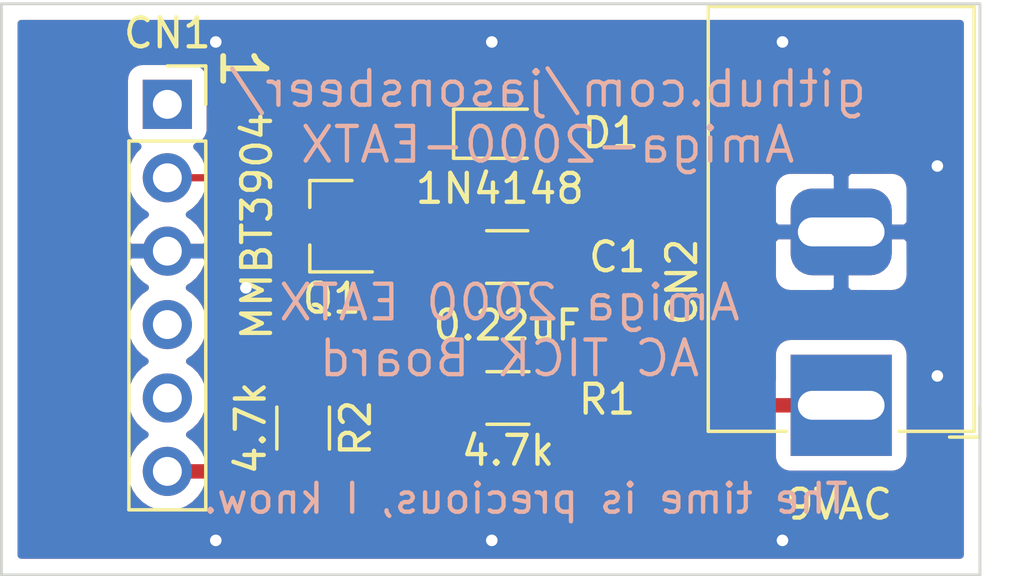
<source format=kicad_pcb>
(kicad_pcb (version 20171130) (host pcbnew 5.1.12-84ad8e8a86~92~ubuntu20.04.1)

  (general
    (thickness 1.6)
    (drawings 9)
    (tracks 21)
    (zones 0)
    (modules 7)
    (nets 9)
  )

  (page A4)
  (layers
    (0 F.Cu signal)
    (31 B.Cu signal)
    (32 B.Adhes user)
    (33 F.Adhes user)
    (34 B.Paste user)
    (35 F.Paste user)
    (36 B.SilkS user)
    (37 F.SilkS user)
    (38 B.Mask user)
    (39 F.Mask user)
    (40 Dwgs.User user)
    (41 Cmts.User user)
    (42 Eco1.User user)
    (43 Eco2.User user)
    (44 Edge.Cuts user)
    (45 Margin user)
    (46 B.CrtYd user)
    (47 F.CrtYd user)
    (48 B.Fab user)
    (49 F.Fab user)
  )

  (setup
    (last_trace_width 0.25)
    (trace_clearance 0.2)
    (zone_clearance 0.508)
    (zone_45_only no)
    (trace_min 0.2)
    (via_size 0.8)
    (via_drill 0.4)
    (via_min_size 0.4)
    (via_min_drill 0.3)
    (uvia_size 0.3)
    (uvia_drill 0.1)
    (uvias_allowed no)
    (uvia_min_size 0.2)
    (uvia_min_drill 0.1)
    (edge_width 0.05)
    (segment_width 0.2)
    (pcb_text_width 0.3)
    (pcb_text_size 1.5 1.5)
    (mod_edge_width 0.12)
    (mod_text_size 1 1)
    (mod_text_width 0.15)
    (pad_size 2.6 2.6)
    (pad_drill 1.6)
    (pad_to_mask_clearance 0)
    (aux_axis_origin 0 0)
    (visible_elements FFFFFF7F)
    (pcbplotparams
      (layerselection 0x010fc_ffffffff)
      (usegerberextensions true)
      (usegerberattributes false)
      (usegerberadvancedattributes false)
      (creategerberjobfile false)
      (excludeedgelayer true)
      (linewidth 0.100000)
      (plotframeref false)
      (viasonmask false)
      (mode 1)
      (useauxorigin false)
      (hpglpennumber 1)
      (hpglpenspeed 20)
      (hpglpendiameter 15.000000)
      (psnegative false)
      (psa4output false)
      (plotreference true)
      (plotvalue true)
      (plotinvisibletext false)
      (padsonsilk false)
      (subtractmaskfromsilk true)
      (outputformat 1)
      (mirror false)
      (drillshape 0)
      (scaleselection 1)
      (outputdirectory "/mnt/work/amiga/Peripherals/TICK/TICK_AC/Gerber/"))
  )

  (net 0 "")
  (net 1 GND)
  (net 2 "Net-(C1-Pad1)")
  (net 3 +5V)
  (net 4 "Net-(CN1-Pad5)")
  (net 5 "Net-(CN1-Pad4)")
  (net 6 /TBASE)
  (net 7 "Net-(CN1-Pad1)")
  (net 8 /+9VAC)

  (net_class Default "This is the default net class."
    (clearance 0.2)
    (trace_width 0.25)
    (via_dia 0.8)
    (via_drill 0.4)
    (uvia_dia 0.3)
    (uvia_drill 0.1)
    (add_net /TBASE)
    (add_net GND)
    (add_net "Net-(C1-Pad1)")
    (add_net "Net-(CN1-Pad1)")
    (add_net "Net-(CN1-Pad4)")
    (add_net "Net-(CN1-Pad5)")
  )

  (net_class PWR ""
    (clearance 0.3)
    (trace_width 0.5)
    (via_dia 0.8)
    (via_drill 0.4)
    (uvia_dia 0.3)
    (uvia_drill 0.1)
    (add_net +5V)
    (add_net /+9VAC)
  )

  (module Diode_SMD:D_SOD-323 (layer F.Cu) (tedit 58641739) (tstamp 61F58E94)
    (at 140.3604 98.4504)
    (descr SOD-323)
    (tags SOD-323)
    (path /61AA7657)
    (attr smd)
    (fp_text reference D1 (at 3.937 -0.0254) (layer F.SilkS)
      (effects (font (size 1 1) (thickness 0.15)))
    )
    (fp_text value 1N4148 (at 0.1 1.9) (layer F.SilkS)
      (effects (font (size 1 1) (thickness 0.15)))
    )
    (fp_text user %R (at 0 -1.85) (layer F.Fab)
      (effects (font (size 1 1) (thickness 0.15)))
    )
    (fp_line (start -1.5 -0.85) (end -1.5 0.85) (layer F.SilkS) (width 0.12))
    (fp_line (start 0.2 0) (end 0.45 0) (layer F.Fab) (width 0.1))
    (fp_line (start 0.2 0.35) (end -0.3 0) (layer F.Fab) (width 0.1))
    (fp_line (start 0.2 -0.35) (end 0.2 0.35) (layer F.Fab) (width 0.1))
    (fp_line (start -0.3 0) (end 0.2 -0.35) (layer F.Fab) (width 0.1))
    (fp_line (start -0.3 0) (end -0.5 0) (layer F.Fab) (width 0.1))
    (fp_line (start -0.3 -0.35) (end -0.3 0.35) (layer F.Fab) (width 0.1))
    (fp_line (start -0.9 0.7) (end -0.9 -0.7) (layer F.Fab) (width 0.1))
    (fp_line (start 0.9 0.7) (end -0.9 0.7) (layer F.Fab) (width 0.1))
    (fp_line (start 0.9 -0.7) (end 0.9 0.7) (layer F.Fab) (width 0.1))
    (fp_line (start -0.9 -0.7) (end 0.9 -0.7) (layer F.Fab) (width 0.1))
    (fp_line (start -1.6 -0.95) (end 1.6 -0.95) (layer F.CrtYd) (width 0.05))
    (fp_line (start 1.6 -0.95) (end 1.6 0.95) (layer F.CrtYd) (width 0.05))
    (fp_line (start -1.6 0.95) (end 1.6 0.95) (layer F.CrtYd) (width 0.05))
    (fp_line (start -1.6 -0.95) (end -1.6 0.95) (layer F.CrtYd) (width 0.05))
    (fp_line (start -1.5 0.85) (end 1.05 0.85) (layer F.SilkS) (width 0.12))
    (fp_line (start -1.5 -0.85) (end 1.05 -0.85) (layer F.SilkS) (width 0.12))
    (pad 2 smd rect (at 1.05 0) (size 0.6 0.45) (layers F.Cu F.Paste F.Mask)
      (net 1 GND))
    (pad 1 smd rect (at -1.05 0) (size 0.6 0.45) (layers F.Cu F.Paste F.Mask)
      (net 2 "Net-(C1-Pad1)"))
    (model ${KISYS3DMOD}/Diode_SMD.3dshapes/D_SOD-323.wrl
      (at (xyz 0 0 0))
      (scale (xyz 1 1 1))
      (rotate (xyz 0 0 0))
    )
  )

  (module TICK:BarrelJack_Horizontal (layer F.Cu) (tedit 61AEB1F0) (tstamp 61AF153C)
    (at 152.273 107.8484 270)
    (descr "DC Barrel Jack")
    (tags "Power Jack")
    (path /61AA3DB0)
    (fp_text reference CN2 (at -4.2672 5.5118 90) (layer F.SilkS)
      (effects (font (size 1 1) (thickness 0.15)))
    )
    (fp_text value Barrel_Jack (at -6.2 -5.5 90) (layer F.Fab)
      (effects (font (size 1 1) (thickness 0.15)))
    )
    (fp_line (start -0.003213 -4.505425) (end 0.8 -3.75) (layer F.Fab) (width 0.1))
    (fp_line (start 1.1 -3.75) (end 1.1 -4.8) (layer F.SilkS) (width 0.12))
    (fp_line (start 0.05 -4.8) (end 1.1 -4.8) (layer F.SilkS) (width 0.12))
    (fp_line (start 1 -4.5) (end 1 -4.75) (layer F.CrtYd) (width 0.05))
    (fp_line (start 1 -4.75) (end -14 -4.75) (layer F.CrtYd) (width 0.05))
    (fp_line (start 1 -4.5) (end 1 -2) (layer F.CrtYd) (width 0.05))
    (fp_line (start 1 -2) (end 2 -2) (layer F.CrtYd) (width 0.05))
    (fp_line (start 2 -2) (end 2 2) (layer F.CrtYd) (width 0.05))
    (fp_line (start 2 2) (end 1 2) (layer F.CrtYd) (width 0.05))
    (fp_line (start 1 2) (end 1 4.75) (layer F.CrtYd) (width 0.05))
    (fp_line (start 1 4.75) (end -14 4.75) (layer F.CrtYd) (width 0.05))
    (fp_line (start -14 4.75) (end -14 -4.75) (layer F.CrtYd) (width 0.05))
    (fp_line (start 0.9 4.6) (end -13.8 4.6) (layer F.SilkS) (width 0.12))
    (fp_line (start -13.8 4.6) (end -13.8 -4.6) (layer F.SilkS) (width 0.12))
    (fp_line (start 0.9 1.9) (end 0.9 4.6) (layer F.SilkS) (width 0.12))
    (fp_line (start -13.8 -4.6) (end 0.9 -4.6) (layer F.SilkS) (width 0.12))
    (fp_line (start 0.9 -4.6) (end 0.9 -2) (layer F.SilkS) (width 0.12))
    (fp_line (start -10.2 -4.5) (end -10.2 4.5) (layer F.Fab) (width 0.1))
    (fp_line (start -13.7 -4.5) (end -13.7 4.5) (layer F.Fab) (width 0.1))
    (fp_line (start -13.7 4.5) (end 0.8 4.5) (layer F.Fab) (width 0.1))
    (fp_line (start 0.8 4.5) (end 0.8 -3.75) (layer F.Fab) (width 0.1))
    (fp_line (start 0 -4.5) (end -13.7 -4.5) (layer F.Fab) (width 0.1))
    (fp_text user %R (at -3 -2.95 90) (layer F.Fab)
      (effects (font (size 1 1) (thickness 0.15)))
    )
    (pad 2 thru_hole roundrect (at -6 0 270) (size 3 3.5) (drill oval 1 3) (layers *.Cu *.Mask) (roundrect_rratio 0.25)
      (net 1 GND))
    (pad 1 thru_hole rect (at 0 0 270) (size 3.5 3.5) (drill oval 1 3) (layers *.Cu *.Mask)
      (net 8 /+9VAC))
    (model ${KISYS3DMOD}/Connector_BarrelJack.3dshapes/BarrelJack_Horizontal.wrl
      (at (xyz 0 0 0))
      (scale (xyz 1 1 1))
      (rotate (xyz 0 0 0))
    )
  )

  (module Resistor_SMD:R_1206_3216Metric (layer F.Cu) (tedit 5F68FEEE) (tstamp 61AF1258)
    (at 133.6548 108.6358 270)
    (descr "Resistor SMD 1206 (3216 Metric), square (rectangular) end terminal, IPC_7351 nominal, (Body size source: IPC-SM-782 page 72, https://www.pcb-3d.com/wordpress/wp-content/uploads/ipc-sm-782a_amendment_1_and_2.pdf), generated with kicad-footprint-generator")
    (tags resistor)
    (path /61AEFC1B)
    (attr smd)
    (fp_text reference R2 (at 0 -1.82 90) (layer F.SilkS)
      (effects (font (size 1 1) (thickness 0.15)))
    )
    (fp_text value 4.7k (at 0 1.82 90) (layer F.SilkS)
      (effects (font (size 1 1) (thickness 0.15)))
    )
    (fp_line (start 2.28 1.12) (end -2.28 1.12) (layer F.CrtYd) (width 0.05))
    (fp_line (start 2.28 -1.12) (end 2.28 1.12) (layer F.CrtYd) (width 0.05))
    (fp_line (start -2.28 -1.12) (end 2.28 -1.12) (layer F.CrtYd) (width 0.05))
    (fp_line (start -2.28 1.12) (end -2.28 -1.12) (layer F.CrtYd) (width 0.05))
    (fp_line (start -0.727064 0.91) (end 0.727064 0.91) (layer F.SilkS) (width 0.12))
    (fp_line (start -0.727064 -0.91) (end 0.727064 -0.91) (layer F.SilkS) (width 0.12))
    (fp_line (start 1.6 0.8) (end -1.6 0.8) (layer F.Fab) (width 0.1))
    (fp_line (start 1.6 -0.8) (end 1.6 0.8) (layer F.Fab) (width 0.1))
    (fp_line (start -1.6 -0.8) (end 1.6 -0.8) (layer F.Fab) (width 0.1))
    (fp_line (start -1.6 0.8) (end -1.6 -0.8) (layer F.Fab) (width 0.1))
    (fp_text user %R (at 0 0 90) (layer F.Fab)
      (effects (font (size 0.8 0.8) (thickness 0.12)))
    )
    (pad 2 smd roundrect (at 1.4625 0 270) (size 1.125 1.75) (layers F.Cu F.Paste F.Mask) (roundrect_rratio 0.2222213333333333)
      (net 3 +5V))
    (pad 1 smd roundrect (at -1.4625 0 270) (size 1.125 1.75) (layers F.Cu F.Paste F.Mask) (roundrect_rratio 0.2222213333333333)
      (net 6 /TBASE))
    (model ${KISYS3DMOD}/Resistor_SMD.3dshapes/R_1206_3216Metric.wrl
      (at (xyz 0 0 0))
      (scale (xyz 1 1 1))
      (rotate (xyz 0 0 0))
    )
  )

  (module Package_TO_SOT_SMD:SOT-23 (layer F.Cu) (tedit 5A02FF57) (tstamp 61AF1237)
    (at 134.6454 101.6508 180)
    (descr "SOT-23, Standard")
    (tags SOT-23)
    (path /61AED3D3)
    (attr smd)
    (fp_text reference Q1 (at 0 -2.5) (layer F.SilkS)
      (effects (font (size 1 1) (thickness 0.15)))
    )
    (fp_text value MMBT3904 (at 2.5908 0 90) (layer F.SilkS)
      (effects (font (size 1 1) (thickness 0.15)))
    )
    (fp_line (start 0.76 1.58) (end -0.7 1.58) (layer F.SilkS) (width 0.12))
    (fp_line (start 0.76 -1.58) (end -1.4 -1.58) (layer F.SilkS) (width 0.12))
    (fp_line (start -1.7 1.75) (end -1.7 -1.75) (layer F.CrtYd) (width 0.05))
    (fp_line (start 1.7 1.75) (end -1.7 1.75) (layer F.CrtYd) (width 0.05))
    (fp_line (start 1.7 -1.75) (end 1.7 1.75) (layer F.CrtYd) (width 0.05))
    (fp_line (start -1.7 -1.75) (end 1.7 -1.75) (layer F.CrtYd) (width 0.05))
    (fp_line (start 0.76 -1.58) (end 0.76 -0.65) (layer F.SilkS) (width 0.12))
    (fp_line (start 0.76 1.58) (end 0.76 0.65) (layer F.SilkS) (width 0.12))
    (fp_line (start -0.7 1.52) (end 0.7 1.52) (layer F.Fab) (width 0.1))
    (fp_line (start 0.7 -1.52) (end 0.7 1.52) (layer F.Fab) (width 0.1))
    (fp_line (start -0.7 -0.95) (end -0.15 -1.52) (layer F.Fab) (width 0.1))
    (fp_line (start -0.15 -1.52) (end 0.7 -1.52) (layer F.Fab) (width 0.1))
    (fp_line (start -0.7 -0.95) (end -0.7 1.5) (layer F.Fab) (width 0.1))
    (fp_text user %R (at 0 0 90) (layer F.Fab)
      (effects (font (size 0.5 0.5) (thickness 0.075)))
    )
    (pad 3 smd rect (at 1 0 180) (size 0.9 0.8) (layers F.Cu F.Paste F.Mask)
      (net 6 /TBASE))
    (pad 2 smd rect (at -1 0.95 180) (size 0.9 0.8) (layers F.Cu F.Paste F.Mask)
      (net 1 GND))
    (pad 1 smd rect (at -1 -0.95 180) (size 0.9 0.8) (layers F.Cu F.Paste F.Mask)
      (net 2 "Net-(C1-Pad1)"))
    (model ${KISYS3DMOD}/Package_TO_SOT_SMD.3dshapes/SOT-23.wrl
      (at (xyz 0 0 0))
      (scale (xyz 1 1 1))
      (rotate (xyz 0 0 0))
    )
  )

  (module Resistor_SMD:R_1206_3216Metric (layer F.Cu) (tedit 5F68FEEE) (tstamp 61AA7E02)
    (at 140.7414 107.5944)
    (descr "Resistor SMD 1206 (3216 Metric), square (rectangular) end terminal, IPC_7351 nominal, (Body size source: IPC-SM-782 page 72, https://www.pcb-3d.com/wordpress/wp-content/uploads/ipc-sm-782a_amendment_1_and_2.pdf), generated with kicad-footprint-generator")
    (tags resistor)
    (path /61AA6ADA)
    (attr smd)
    (fp_text reference R1 (at 3.429 0.0508) (layer F.SilkS)
      (effects (font (size 1 1) (thickness 0.15)))
    )
    (fp_text value 4.7k (at 0 1.82) (layer F.SilkS)
      (effects (font (size 1 1) (thickness 0.15)))
    )
    (fp_line (start 2.28 1.12) (end -2.28 1.12) (layer F.CrtYd) (width 0.05))
    (fp_line (start 2.28 -1.12) (end 2.28 1.12) (layer F.CrtYd) (width 0.05))
    (fp_line (start -2.28 -1.12) (end 2.28 -1.12) (layer F.CrtYd) (width 0.05))
    (fp_line (start -2.28 1.12) (end -2.28 -1.12) (layer F.CrtYd) (width 0.05))
    (fp_line (start -0.727064 0.91) (end 0.727064 0.91) (layer F.SilkS) (width 0.12))
    (fp_line (start -0.727064 -0.91) (end 0.727064 -0.91) (layer F.SilkS) (width 0.12))
    (fp_line (start 1.6 0.8) (end -1.6 0.8) (layer F.Fab) (width 0.1))
    (fp_line (start 1.6 -0.8) (end 1.6 0.8) (layer F.Fab) (width 0.1))
    (fp_line (start -1.6 -0.8) (end 1.6 -0.8) (layer F.Fab) (width 0.1))
    (fp_line (start -1.6 0.8) (end -1.6 -0.8) (layer F.Fab) (width 0.1))
    (fp_text user %R (at 0 0) (layer F.Fab)
      (effects (font (size 0.8 0.8) (thickness 0.12)))
    )
    (pad 1 smd roundrect (at -1.4625 0) (size 1.125 1.75) (layers F.Cu F.Paste F.Mask) (roundrect_rratio 0.2222213333333333)
      (net 2 "Net-(C1-Pad1)"))
    (pad 2 smd roundrect (at 1.4625 0) (size 1.125 1.75) (layers F.Cu F.Paste F.Mask) (roundrect_rratio 0.2222213333333333)
      (net 8 /+9VAC))
    (model ${KISYS3DMOD}/Resistor_SMD.3dshapes/R_1206_3216Metric.wrl
      (at (xyz 0 0 0))
      (scale (xyz 1 1 1))
      (rotate (xyz 0 0 0))
    )
  )

  (module Connector_PinSocket_2.54mm:PinSocket_1x06_P2.54mm_Vertical (layer F.Cu) (tedit 5A19A430) (tstamp 61AA7EFA)
    (at 128.9558 97.4344)
    (descr "Through hole straight socket strip, 1x06, 2.54mm pitch, single row (from Kicad 4.0.7), script generated")
    (tags "Through hole socket strip THT 1x06 2.54mm single row")
    (path /61AA2F62)
    (fp_text reference CN1 (at 0 -2.4638) (layer F.SilkS)
      (effects (font (size 1 1) (thickness 0.15)))
    )
    (fp_text value To_Amiga (at 0 15.47) (layer F.Fab)
      (effects (font (size 1 1) (thickness 0.15)))
    )
    (fp_line (start -1.27 -1.27) (end 0.635 -1.27) (layer F.Fab) (width 0.1))
    (fp_line (start 0.635 -1.27) (end 1.27 -0.635) (layer F.Fab) (width 0.1))
    (fp_line (start 1.27 -0.635) (end 1.27 13.97) (layer F.Fab) (width 0.1))
    (fp_line (start 1.27 13.97) (end -1.27 13.97) (layer F.Fab) (width 0.1))
    (fp_line (start -1.27 13.97) (end -1.27 -1.27) (layer F.Fab) (width 0.1))
    (fp_line (start -1.33 1.27) (end 1.33 1.27) (layer F.SilkS) (width 0.12))
    (fp_line (start -1.33 1.27) (end -1.33 14.03) (layer F.SilkS) (width 0.12))
    (fp_line (start -1.33 14.03) (end 1.33 14.03) (layer F.SilkS) (width 0.12))
    (fp_line (start 1.33 1.27) (end 1.33 14.03) (layer F.SilkS) (width 0.12))
    (fp_line (start 1.33 -1.33) (end 1.33 0) (layer F.SilkS) (width 0.12))
    (fp_line (start 0 -1.33) (end 1.33 -1.33) (layer F.SilkS) (width 0.12))
    (fp_line (start -1.8 -1.8) (end 1.75 -1.8) (layer F.CrtYd) (width 0.05))
    (fp_line (start 1.75 -1.8) (end 1.75 14.45) (layer F.CrtYd) (width 0.05))
    (fp_line (start 1.75 14.45) (end -1.8 14.45) (layer F.CrtYd) (width 0.05))
    (fp_line (start -1.8 14.45) (end -1.8 -1.8) (layer F.CrtYd) (width 0.05))
    (fp_text user %R (at 0 6.35 90) (layer F.Fab)
      (effects (font (size 1 1) (thickness 0.15)))
    )
    (pad 6 thru_hole oval (at 0 12.7) (size 1.7 1.7) (drill 1) (layers *.Cu *.Mask)
      (net 3 +5V))
    (pad 5 thru_hole oval (at 0 10.16) (size 1.7 1.7) (drill 1) (layers *.Cu *.Mask)
      (net 4 "Net-(CN1-Pad5)"))
    (pad 4 thru_hole oval (at 0 7.62) (size 1.7 1.7) (drill 1) (layers *.Cu *.Mask)
      (net 5 "Net-(CN1-Pad4)"))
    (pad 3 thru_hole oval (at 0 5.08) (size 1.7 1.7) (drill 1) (layers *.Cu *.Mask)
      (net 1 GND))
    (pad 2 thru_hole oval (at 0 2.54) (size 1.7 1.7) (drill 1) (layers *.Cu *.Mask)
      (net 6 /TBASE))
    (pad 1 thru_hole rect (at 0 0) (size 1.7 1.7) (drill 1) (layers *.Cu *.Mask)
      (net 7 "Net-(CN1-Pad1)"))
    (model ${KISYS3DMOD}/Connector_PinSocket_2.54mm.3dshapes/PinSocket_1x06_P2.54mm_Horizontal.wrl
      (at (xyz 0 0 0))
      (scale (xyz 1 1 1))
      (rotate (xyz 0 0 0))
    )
  )

  (module Capacitor_SMD:C_1206_3216Metric (layer F.Cu) (tedit 5F68FEEE) (tstamp 61AA7D8B)
    (at 140.716 102.7176)
    (descr "Capacitor SMD 1206 (3216 Metric), square (rectangular) end terminal, IPC_7351 nominal, (Body size source: IPC-SM-782 page 76, https://www.pcb-3d.com/wordpress/wp-content/uploads/ipc-sm-782a_amendment_1_and_2.pdf), generated with kicad-footprint-generator")
    (tags capacitor)
    (path /61AA66CC)
    (attr smd)
    (fp_text reference C1 (at 3.81 0) (layer F.SilkS)
      (effects (font (size 1 1) (thickness 0.15)))
    )
    (fp_text value 0.22uF (at 0 2.3622) (layer F.SilkS)
      (effects (font (size 1 1) (thickness 0.15)))
    )
    (fp_line (start -1.6 0.8) (end -1.6 -0.8) (layer F.Fab) (width 0.1))
    (fp_line (start -1.6 -0.8) (end 1.6 -0.8) (layer F.Fab) (width 0.1))
    (fp_line (start 1.6 -0.8) (end 1.6 0.8) (layer F.Fab) (width 0.1))
    (fp_line (start 1.6 0.8) (end -1.6 0.8) (layer F.Fab) (width 0.1))
    (fp_line (start -0.711252 -0.91) (end 0.711252 -0.91) (layer F.SilkS) (width 0.12))
    (fp_line (start -0.711252 0.91) (end 0.711252 0.91) (layer F.SilkS) (width 0.12))
    (fp_line (start -2.3 1.15) (end -2.3 -1.15) (layer F.CrtYd) (width 0.05))
    (fp_line (start -2.3 -1.15) (end 2.3 -1.15) (layer F.CrtYd) (width 0.05))
    (fp_line (start 2.3 -1.15) (end 2.3 1.15) (layer F.CrtYd) (width 0.05))
    (fp_line (start 2.3 1.15) (end -2.3 1.15) (layer F.CrtYd) (width 0.05))
    (fp_text user %R (at 0 0) (layer F.Fab)
      (effects (font (size 0.8 0.8) (thickness 0.12)))
    )
    (pad 2 smd roundrect (at 1.475 0) (size 1.15 1.8) (layers F.Cu F.Paste F.Mask) (roundrect_rratio 0.2173904347826087)
      (net 1 GND))
    (pad 1 smd roundrect (at -1.475 0) (size 1.15 1.8) (layers F.Cu F.Paste F.Mask) (roundrect_rratio 0.2173904347826087)
      (net 2 "Net-(C1-Pad1)"))
    (model ${KISYS3DMOD}/Capacitor_SMD.3dshapes/C_1206_3216Metric.wrl
      (at (xyz 0 0 0))
      (scale (xyz 1 1 1))
      (rotate (xyz 0 0 0))
    )
  )

  (gr_text "The time is precious, I know." (at 141.351 111.0742) (layer B.SilkS)
    (effects (font (size 1 1) (thickness 0.15)) (justify mirror))
  )
  (gr_text "Amiga 2000 EATX\nAC TICK Board" (at 140.7922 105.2576) (layer B.SilkS)
    (effects (font (size 1.2 1.2) (thickness 0.15)) (justify mirror))
  )
  (gr_text "github.com/jasonsbeer/\nAmiga-2000-EATX" (at 142.113 97.8662) (layer B.SilkS)
    (effects (font (size 1.2 1.2) (thickness 0.15)) (justify mirror))
  )
  (gr_text 1 (at 131.572 96.1898 -90) (layer F.SilkS) (tstamp 61AA85B5)
    (effects (font (size 1.5 1.5) (thickness 0.2)))
  )
  (gr_text 9VAC (at 152.1968 111.2774) (layer F.SilkS)
    (effects (font (size 1 1) (thickness 0.15)))
  )
  (gr_line (start 123.2154 93.9546) (end 157.0736 93.9546) (layer Edge.Cuts) (width 0.1))
  (gr_line (start 123.2154 113.7158) (end 123.2154 93.9546) (layer Edge.Cuts) (width 0.1))
  (gr_line (start 157.0736 113.7158) (end 123.2154 113.7158) (layer Edge.Cuts) (width 0.1))
  (gr_line (start 157.0736 93.9546) (end 157.0736 113.7158) (layer Edge.Cuts) (width 0.1))

  (via (at 130.6322 95.2754) (size 0.8) (drill 0.4) (layers F.Cu B.Cu) (net 1))
  (via (at 140.1826 95.2754) (size 0.8) (drill 0.4) (layers F.Cu B.Cu) (net 1))
  (via (at 150.241 95.2754) (size 0.8) (drill 0.4) (layers F.Cu B.Cu) (net 1))
  (via (at 155.6004 99.568) (size 0.8) (drill 0.4) (layers F.Cu B.Cu) (net 1))
  (via (at 155.6004 106.8324) (size 0.8) (drill 0.4) (layers F.Cu B.Cu) (net 1))
  (via (at 150.241 112.522) (size 0.8) (drill 0.4) (layers F.Cu B.Cu) (net 1))
  (via (at 140.1826 112.522) (size 0.8) (drill 0.4) (layers F.Cu B.Cu) (net 1))
  (via (at 130.6322 112.522) (size 0.8) (drill 0.4) (layers F.Cu B.Cu) (net 1))
  (via (at 131.6736 103.7844) (size 0.8) (drill 0.4) (layers F.Cu B.Cu) (net 1))
  (segment (start 139.2789 98.5363) (end 139.2438 98.5012) (width 0.25) (layer F.Cu) (net 2))
  (segment (start 139.2789 107.5944) (end 139.2789 98.5363) (width 0.25) (layer F.Cu) (net 2))
  (segment (start 139.1242 102.6008) (end 139.241 102.7176) (width 0.25) (layer F.Cu) (net 2))
  (segment (start 135.6454 102.6008) (end 139.1242 102.6008) (width 0.25) (layer F.Cu) (net 2))
  (segment (start 128.9558 110.1344) (end 133.604 110.1344) (width 0.5) (layer F.Cu) (net 3))
  (segment (start 128.9558 99.9744) (end 132.969 99.9744) (width 0.25) (layer F.Cu) (net 6))
  (segment (start 133.5962 100.6016) (end 133.5962 101.6152) (width 0.25) (layer F.Cu) (net 6))
  (segment (start 132.969 99.9744) (end 133.5962 100.6016) (width 0.25) (layer F.Cu) (net 6))
  (segment (start 133.6548 107.1733) (end 133.6548 101.6602) (width 0.25) (layer F.Cu) (net 6))
  (segment (start 142.2039 107.5944) (end 146.6596 107.5944) (width 0.5) (layer F.Cu) (net 8))
  (segment (start 146.9136 107.8484) (end 152.273 107.8484) (width 0.5) (layer F.Cu) (net 8))
  (segment (start 146.6596 107.5944) (end 146.9136 107.8484) (width 0.5) (layer F.Cu) (net 8))

  (zone (net 1) (net_name GND) (layer B.Cu) (tstamp 61F58F1F) (hatch edge 0.508)
    (connect_pads (clearance 0.508))
    (min_thickness 0.254)
    (fill yes (arc_segments 32) (thermal_gap 0.508) (thermal_bridge_width 0.508))
    (polygon
      (pts
        (xy 157.0482 113.7158) (xy 123.2154 113.7158) (xy 123.2154 93.9546) (xy 157.0736 93.9292)
      )
    )
    (filled_polygon
      (pts
        (xy 156.388601 113.0308) (xy 123.9004 113.0308) (xy 123.9004 104.90814) (xy 127.4708 104.90814) (xy 127.4708 105.20066)
        (xy 127.527868 105.487558) (xy 127.63981 105.757811) (xy 127.802325 106.001032) (xy 128.009168 106.207875) (xy 128.18356 106.3244)
        (xy 128.009168 106.440925) (xy 127.802325 106.647768) (xy 127.63981 106.890989) (xy 127.527868 107.161242) (xy 127.4708 107.44814)
        (xy 127.4708 107.74066) (xy 127.527868 108.027558) (xy 127.63981 108.297811) (xy 127.802325 108.541032) (xy 128.009168 108.747875)
        (xy 128.18356 108.8644) (xy 128.009168 108.980925) (xy 127.802325 109.187768) (xy 127.63981 109.430989) (xy 127.527868 109.701242)
        (xy 127.4708 109.98814) (xy 127.4708 110.28066) (xy 127.527868 110.567558) (xy 127.63981 110.837811) (xy 127.802325 111.081032)
        (xy 128.009168 111.287875) (xy 128.252389 111.45039) (xy 128.522642 111.562332) (xy 128.80954 111.6194) (xy 129.10206 111.6194)
        (xy 129.388958 111.562332) (xy 129.659211 111.45039) (xy 129.902432 111.287875) (xy 130.109275 111.081032) (xy 130.27179 110.837811)
        (xy 130.383732 110.567558) (xy 130.4408 110.28066) (xy 130.4408 109.98814) (xy 130.383732 109.701242) (xy 130.27179 109.430989)
        (xy 130.109275 109.187768) (xy 129.902432 108.980925) (xy 129.72804 108.8644) (xy 129.902432 108.747875) (xy 130.109275 108.541032)
        (xy 130.27179 108.297811) (xy 130.383732 108.027558) (xy 130.4408 107.74066) (xy 130.4408 107.44814) (xy 130.383732 107.161242)
        (xy 130.27179 106.890989) (xy 130.109275 106.647768) (xy 129.902432 106.440925) (xy 129.72804 106.3244) (xy 129.902432 106.207875)
        (xy 130.011907 106.0984) (xy 149.884928 106.0984) (xy 149.884928 109.5984) (xy 149.897188 109.722882) (xy 149.933498 109.84258)
        (xy 149.992463 109.952894) (xy 150.071815 110.049585) (xy 150.168506 110.128937) (xy 150.27882 110.187902) (xy 150.398518 110.224212)
        (xy 150.523 110.236472) (xy 154.023 110.236472) (xy 154.147482 110.224212) (xy 154.26718 110.187902) (xy 154.377494 110.128937)
        (xy 154.474185 110.049585) (xy 154.553537 109.952894) (xy 154.612502 109.84258) (xy 154.648812 109.722882) (xy 154.661072 109.5984)
        (xy 154.661072 106.0984) (xy 154.648812 105.973918) (xy 154.612502 105.85422) (xy 154.553537 105.743906) (xy 154.474185 105.647215)
        (xy 154.377494 105.567863) (xy 154.26718 105.508898) (xy 154.147482 105.472588) (xy 154.023 105.460328) (xy 150.523 105.460328)
        (xy 150.398518 105.472588) (xy 150.27882 105.508898) (xy 150.168506 105.567863) (xy 150.071815 105.647215) (xy 149.992463 105.743906)
        (xy 149.933498 105.85422) (xy 149.897188 105.973918) (xy 149.884928 106.0984) (xy 130.011907 106.0984) (xy 130.109275 106.001032)
        (xy 130.27179 105.757811) (xy 130.383732 105.487558) (xy 130.4408 105.20066) (xy 130.4408 104.90814) (xy 130.383732 104.621242)
        (xy 130.27179 104.350989) (xy 130.109275 104.107768) (xy 129.902432 103.900925) (xy 129.720266 103.779205) (xy 129.837155 103.709578)
        (xy 130.053388 103.514669) (xy 130.177406 103.3484) (xy 149.884928 103.3484) (xy 149.897188 103.472882) (xy 149.933498 103.59258)
        (xy 149.992463 103.702894) (xy 150.071815 103.799585) (xy 150.168506 103.878937) (xy 150.27882 103.937902) (xy 150.398518 103.974212)
        (xy 150.523 103.986472) (xy 151.98725 103.9834) (xy 152.146 103.82465) (xy 152.146 101.9754) (xy 152.4 101.9754)
        (xy 152.4 103.82465) (xy 152.55875 103.9834) (xy 154.023 103.986472) (xy 154.147482 103.974212) (xy 154.26718 103.937902)
        (xy 154.377494 103.878937) (xy 154.474185 103.799585) (xy 154.553537 103.702894) (xy 154.612502 103.59258) (xy 154.648812 103.472882)
        (xy 154.661072 103.3484) (xy 154.658 102.13415) (xy 154.49925 101.9754) (xy 152.4 101.9754) (xy 152.146 101.9754)
        (xy 150.04675 101.9754) (xy 149.888 102.13415) (xy 149.884928 103.3484) (xy 130.177406 103.3484) (xy 130.227441 103.28132)
        (xy 130.352625 103.018499) (xy 130.397276 102.87129) (xy 130.275955 102.6414) (xy 129.0828 102.6414) (xy 129.0828 102.6614)
        (xy 128.8288 102.6614) (xy 128.8288 102.6414) (xy 127.635645 102.6414) (xy 127.514324 102.87129) (xy 127.558975 103.018499)
        (xy 127.684159 103.28132) (xy 127.858212 103.514669) (xy 128.074445 103.709578) (xy 128.191334 103.779205) (xy 128.009168 103.900925)
        (xy 127.802325 104.107768) (xy 127.63981 104.350989) (xy 127.527868 104.621242) (xy 127.4708 104.90814) (xy 123.9004 104.90814)
        (xy 123.9004 96.5844) (xy 127.467728 96.5844) (xy 127.467728 98.2844) (xy 127.479988 98.408882) (xy 127.516298 98.52858)
        (xy 127.575263 98.638894) (xy 127.654615 98.735585) (xy 127.751306 98.814937) (xy 127.86162 98.873902) (xy 127.93418 98.895913)
        (xy 127.802325 99.027768) (xy 127.63981 99.270989) (xy 127.527868 99.541242) (xy 127.4708 99.82814) (xy 127.4708 100.12066)
        (xy 127.527868 100.407558) (xy 127.63981 100.677811) (xy 127.802325 100.921032) (xy 128.009168 101.127875) (xy 128.191334 101.249595)
        (xy 128.074445 101.319222) (xy 127.858212 101.514131) (xy 127.684159 101.74748) (xy 127.558975 102.010301) (xy 127.514324 102.15751)
        (xy 127.635645 102.3874) (xy 128.8288 102.3874) (xy 128.8288 102.3674) (xy 129.0828 102.3674) (xy 129.0828 102.3874)
        (xy 130.275955 102.3874) (xy 130.397276 102.15751) (xy 130.352625 102.010301) (xy 130.227441 101.74748) (xy 130.053388 101.514131)
        (xy 129.837155 101.319222) (xy 129.720266 101.249595) (xy 129.902432 101.127875) (xy 130.109275 100.921032) (xy 130.27179 100.677811)
        (xy 130.383732 100.407558) (xy 130.395499 100.3484) (xy 149.884928 100.3484) (xy 149.888 101.56265) (xy 150.04675 101.7214)
        (xy 152.146 101.7214) (xy 152.146 99.87215) (xy 152.4 99.87215) (xy 152.4 101.7214) (xy 154.49925 101.7214)
        (xy 154.658 101.56265) (xy 154.661072 100.3484) (xy 154.648812 100.223918) (xy 154.612502 100.10422) (xy 154.553537 99.993906)
        (xy 154.474185 99.897215) (xy 154.377494 99.817863) (xy 154.26718 99.758898) (xy 154.147482 99.722588) (xy 154.023 99.710328)
        (xy 152.55875 99.7134) (xy 152.4 99.87215) (xy 152.146 99.87215) (xy 151.98725 99.7134) (xy 150.523 99.710328)
        (xy 150.398518 99.722588) (xy 150.27882 99.758898) (xy 150.168506 99.817863) (xy 150.071815 99.897215) (xy 149.992463 99.993906)
        (xy 149.933498 100.10422) (xy 149.897188 100.223918) (xy 149.884928 100.3484) (xy 130.395499 100.3484) (xy 130.4408 100.12066)
        (xy 130.4408 99.82814) (xy 130.383732 99.541242) (xy 130.27179 99.270989) (xy 130.109275 99.027768) (xy 129.97742 98.895913)
        (xy 130.04998 98.873902) (xy 130.160294 98.814937) (xy 130.256985 98.735585) (xy 130.336337 98.638894) (xy 130.395302 98.52858)
        (xy 130.431612 98.408882) (xy 130.443872 98.2844) (xy 130.443872 96.5844) (xy 130.431612 96.459918) (xy 130.395302 96.34022)
        (xy 130.336337 96.229906) (xy 130.256985 96.133215) (xy 130.160294 96.053863) (xy 130.04998 95.994898) (xy 129.930282 95.958588)
        (xy 129.8058 95.946328) (xy 128.1058 95.946328) (xy 127.981318 95.958588) (xy 127.86162 95.994898) (xy 127.751306 96.053863)
        (xy 127.654615 96.133215) (xy 127.575263 96.229906) (xy 127.516298 96.34022) (xy 127.479988 96.459918) (xy 127.467728 96.5844)
        (xy 123.9004 96.5844) (xy 123.9004 94.6396) (xy 156.3886 94.6396)
      )
    )
  )
  (zone (net 1) (net_name GND) (layer F.Cu) (tstamp 61F58F1C) (hatch edge 0.508)
    (connect_pads (clearance 0.508))
    (min_thickness 0.254)
    (fill yes (arc_segments 32) (thermal_gap 0.508) (thermal_bridge_width 0.508))
    (polygon
      (pts
        (xy 157.023597 113.731462) (xy 123.190797 113.731462) (xy 123.190797 93.970262) (xy 157.048997 93.944862)
      )
    )
    (filled_polygon
      (pts
        (xy 156.388601 113.0308) (xy 123.9004 113.0308) (xy 123.9004 104.90814) (xy 127.4708 104.90814) (xy 127.4708 105.20066)
        (xy 127.527868 105.487558) (xy 127.63981 105.757811) (xy 127.802325 106.001032) (xy 128.009168 106.207875) (xy 128.18356 106.3244)
        (xy 128.009168 106.440925) (xy 127.802325 106.647768) (xy 127.63981 106.890989) (xy 127.527868 107.161242) (xy 127.4708 107.44814)
        (xy 127.4708 107.74066) (xy 127.527868 108.027558) (xy 127.63981 108.297811) (xy 127.802325 108.541032) (xy 128.009168 108.747875)
        (xy 128.18356 108.8644) (xy 128.009168 108.980925) (xy 127.802325 109.187768) (xy 127.63981 109.430989) (xy 127.527868 109.701242)
        (xy 127.4708 109.98814) (xy 127.4708 110.28066) (xy 127.527868 110.567558) (xy 127.63981 110.837811) (xy 127.802325 111.081032)
        (xy 128.009168 111.287875) (xy 128.252389 111.45039) (xy 128.522642 111.562332) (xy 128.80954 111.6194) (xy 129.10206 111.6194)
        (xy 129.388958 111.562332) (xy 129.659211 111.45039) (xy 129.902432 111.287875) (xy 130.109275 111.081032) (xy 130.150456 111.0194)
        (xy 132.385948 111.0194) (xy 132.401838 111.038762) (xy 132.536413 111.149205) (xy 132.689949 111.231272) (xy 132.856545 111.281808)
        (xy 133.029799 111.298872) (xy 134.279801 111.298872) (xy 134.453055 111.281808) (xy 134.619651 111.231272) (xy 134.773187 111.149205)
        (xy 134.907762 111.038762) (xy 135.018205 110.904187) (xy 135.100272 110.750651) (xy 135.150808 110.584055) (xy 135.167872 110.410801)
        (xy 135.167872 109.785799) (xy 135.150808 109.612545) (xy 135.100272 109.445949) (xy 135.018205 109.292413) (xy 134.907762 109.157838)
        (xy 134.773187 109.047395) (xy 134.619651 108.965328) (xy 134.453055 108.914792) (xy 134.279801 108.897728) (xy 133.029799 108.897728)
        (xy 132.856545 108.914792) (xy 132.689949 108.965328) (xy 132.536413 109.047395) (xy 132.401838 109.157838) (xy 132.326695 109.2494)
        (xy 130.150456 109.2494) (xy 130.109275 109.187768) (xy 129.902432 108.980925) (xy 129.72804 108.8644) (xy 129.902432 108.747875)
        (xy 130.109275 108.541032) (xy 130.27179 108.297811) (xy 130.383732 108.027558) (xy 130.4408 107.74066) (xy 130.4408 107.44814)
        (xy 130.383732 107.161242) (xy 130.27179 106.890989) (xy 130.109275 106.647768) (xy 129.902432 106.440925) (xy 129.72804 106.3244)
        (xy 129.902432 106.207875) (xy 130.109275 106.001032) (xy 130.27179 105.757811) (xy 130.383732 105.487558) (xy 130.4408 105.20066)
        (xy 130.4408 104.90814) (xy 130.383732 104.621242) (xy 130.27179 104.350989) (xy 130.109275 104.107768) (xy 129.902432 103.900925)
        (xy 129.720266 103.779205) (xy 129.837155 103.709578) (xy 130.053388 103.514669) (xy 130.227441 103.28132) (xy 130.352625 103.018499)
        (xy 130.397276 102.87129) (xy 130.275955 102.6414) (xy 129.0828 102.6414) (xy 129.0828 102.6614) (xy 128.8288 102.6614)
        (xy 128.8288 102.6414) (xy 127.635645 102.6414) (xy 127.514324 102.87129) (xy 127.558975 103.018499) (xy 127.684159 103.28132)
        (xy 127.858212 103.514669) (xy 128.074445 103.709578) (xy 128.191334 103.779205) (xy 128.009168 103.900925) (xy 127.802325 104.107768)
        (xy 127.63981 104.350989) (xy 127.527868 104.621242) (xy 127.4708 104.90814) (xy 123.9004 104.90814) (xy 123.9004 96.5844)
        (xy 127.467728 96.5844) (xy 127.467728 98.2844) (xy 127.479988 98.408882) (xy 127.516298 98.52858) (xy 127.575263 98.638894)
        (xy 127.654615 98.735585) (xy 127.751306 98.814937) (xy 127.86162 98.873902) (xy 127.93418 98.895913) (xy 127.802325 99.027768)
        (xy 127.63981 99.270989) (xy 127.527868 99.541242) (xy 127.4708 99.82814) (xy 127.4708 100.12066) (xy 127.527868 100.407558)
        (xy 127.63981 100.677811) (xy 127.802325 100.921032) (xy 128.009168 101.127875) (xy 128.191334 101.249595) (xy 128.074445 101.319222)
        (xy 127.858212 101.514131) (xy 127.684159 101.74748) (xy 127.558975 102.010301) (xy 127.514324 102.15751) (xy 127.635645 102.3874)
        (xy 128.8288 102.3874) (xy 128.8288 102.3674) (xy 129.0828 102.3674) (xy 129.0828 102.3874) (xy 130.275955 102.3874)
        (xy 130.397276 102.15751) (xy 130.352625 102.010301) (xy 130.227441 101.74748) (xy 130.053388 101.514131) (xy 129.837155 101.319222)
        (xy 129.720266 101.249595) (xy 129.902432 101.127875) (xy 130.109275 100.921032) (xy 130.233978 100.7344) (xy 132.654199 100.7344)
        (xy 132.733036 100.813237) (xy 132.664863 100.896306) (xy 132.605898 101.00662) (xy 132.569588 101.126318) (xy 132.557328 101.2508)
        (xy 132.557328 102.0508) (xy 132.569588 102.175282) (xy 132.605898 102.29498) (xy 132.664863 102.405294) (xy 132.744215 102.501985)
        (xy 132.840906 102.581337) (xy 132.894801 102.610145) (xy 132.8948 105.986024) (xy 132.856545 105.989792) (xy 132.689949 106.040328)
        (xy 132.536413 106.122395) (xy 132.401838 106.232838) (xy 132.291395 106.367413) (xy 132.209328 106.520949) (xy 132.158792 106.687545)
        (xy 132.141728 106.860799) (xy 132.141728 107.485801) (xy 132.158792 107.659055) (xy 132.209328 107.825651) (xy 132.291395 107.979187)
        (xy 132.401838 108.113762) (xy 132.536413 108.224205) (xy 132.689949 108.306272) (xy 132.856545 108.356808) (xy 133.029799 108.373872)
        (xy 134.279801 108.373872) (xy 134.453055 108.356808) (xy 134.619651 108.306272) (xy 134.773187 108.224205) (xy 134.907762 108.113762)
        (xy 135.018205 107.979187) (xy 135.100272 107.825651) (xy 135.150808 107.659055) (xy 135.167872 107.485801) (xy 135.167872 106.860799)
        (xy 135.150808 106.687545) (xy 135.100272 106.520949) (xy 135.018205 106.367413) (xy 134.907762 106.232838) (xy 134.773187 106.122395)
        (xy 134.619651 106.040328) (xy 134.453055 105.989792) (xy 134.4148 105.986024) (xy 134.4148 102.600095) (xy 134.449894 102.581337)
        (xy 134.546585 102.501985) (xy 134.557328 102.488895) (xy 134.557328 103.0008) (xy 134.569588 103.125282) (xy 134.605898 103.24498)
        (xy 134.664863 103.355294) (xy 134.744215 103.451985) (xy 134.840906 103.531337) (xy 134.95122 103.590302) (xy 135.070918 103.626612)
        (xy 135.1954 103.638872) (xy 136.0954 103.638872) (xy 136.219882 103.626612) (xy 136.33958 103.590302) (xy 136.449894 103.531337)
        (xy 136.546585 103.451985) (xy 136.621418 103.3608) (xy 138.027928 103.3608) (xy 138.027928 103.367601) (xy 138.044992 103.540855)
        (xy 138.095528 103.707451) (xy 138.177595 103.860987) (xy 138.288038 103.995562) (xy 138.422613 104.106005) (xy 138.5189 104.157472)
        (xy 138.5189 106.206468) (xy 138.473013 106.230995) (xy 138.338438 106.341438) (xy 138.227995 106.476013) (xy 138.145928 106.629549)
        (xy 138.095392 106.796145) (xy 138.078328 106.969399) (xy 138.078328 108.219401) (xy 138.095392 108.392655) (xy 138.145928 108.559251)
        (xy 138.227995 108.712787) (xy 138.338438 108.847362) (xy 138.473013 108.957805) (xy 138.626549 109.039872) (xy 138.793145 109.090408)
        (xy 138.966399 109.107472) (xy 139.591401 109.107472) (xy 139.764655 109.090408) (xy 139.931251 109.039872) (xy 140.084787 108.957805)
        (xy 140.219362 108.847362) (xy 140.329805 108.712787) (xy 140.411872 108.559251) (xy 140.462408 108.392655) (xy 140.479472 108.219401)
        (xy 140.479472 106.969399) (xy 141.003328 106.969399) (xy 141.003328 108.219401) (xy 141.020392 108.392655) (xy 141.070928 108.559251)
        (xy 141.152995 108.712787) (xy 141.263438 108.847362) (xy 141.398013 108.957805) (xy 141.551549 109.039872) (xy 141.718145 109.090408)
        (xy 141.891399 109.107472) (xy 142.516401 109.107472) (xy 142.689655 109.090408) (xy 142.856251 109.039872) (xy 143.009787 108.957805)
        (xy 143.144362 108.847362) (xy 143.254805 108.712787) (xy 143.336872 108.559251) (xy 143.361094 108.4794) (xy 146.287443 108.4794)
        (xy 146.419541 108.587811) (xy 146.573287 108.669989) (xy 146.74011 108.720595) (xy 146.870123 108.7334) (xy 146.870133 108.7334)
        (xy 146.913599 108.737681) (xy 146.957065 108.7334) (xy 149.884928 108.7334) (xy 149.884928 109.5984) (xy 149.897188 109.722882)
        (xy 149.933498 109.84258) (xy 149.992463 109.952894) (xy 150.071815 110.049585) (xy 150.168506 110.128937) (xy 150.27882 110.187902)
        (xy 150.398518 110.224212) (xy 150.523 110.236472) (xy 154.023 110.236472) (xy 154.147482 110.224212) (xy 154.26718 110.187902)
        (xy 154.377494 110.128937) (xy 154.474185 110.049585) (xy 154.553537 109.952894) (xy 154.612502 109.84258) (xy 154.648812 109.722882)
        (xy 154.661072 109.5984) (xy 154.661072 106.0984) (xy 154.648812 105.973918) (xy 154.612502 105.85422) (xy 154.553537 105.743906)
        (xy 154.474185 105.647215) (xy 154.377494 105.567863) (xy 154.26718 105.508898) (xy 154.147482 105.472588) (xy 154.023 105.460328)
        (xy 150.523 105.460328) (xy 150.398518 105.472588) (xy 150.27882 105.508898) (xy 150.168506 105.567863) (xy 150.071815 105.647215)
        (xy 149.992463 105.743906) (xy 149.933498 105.85422) (xy 149.897188 105.973918) (xy 149.884928 106.0984) (xy 149.884928 106.9634)
        (xy 147.285757 106.9634) (xy 147.153659 106.854989) (xy 146.999913 106.772811) (xy 146.83309 106.722205) (xy 146.703077 106.7094)
        (xy 146.703069 106.7094) (xy 146.6596 106.705119) (xy 146.616131 106.7094) (xy 143.361094 106.7094) (xy 143.336872 106.629549)
        (xy 143.254805 106.476013) (xy 143.144362 106.341438) (xy 143.009787 106.230995) (xy 142.856251 106.148928) (xy 142.689655 106.098392)
        (xy 142.516401 106.081328) (xy 141.891399 106.081328) (xy 141.718145 106.098392) (xy 141.551549 106.148928) (xy 141.398013 106.230995)
        (xy 141.263438 106.341438) (xy 141.152995 106.476013) (xy 141.070928 106.629549) (xy 141.020392 106.796145) (xy 141.003328 106.969399)
        (xy 140.479472 106.969399) (xy 140.462408 106.796145) (xy 140.411872 106.629549) (xy 140.329805 106.476013) (xy 140.219362 106.341438)
        (xy 140.084787 106.230995) (xy 140.0389 106.206468) (xy 140.0389 104.116956) (xy 140.059387 104.106005) (xy 140.193962 103.995562)
        (xy 140.304405 103.860987) (xy 140.386472 103.707451) (xy 140.413727 103.6176) (xy 140.977928 103.6176) (xy 140.990188 103.742082)
        (xy 141.026498 103.86178) (xy 141.085463 103.972094) (xy 141.164815 104.068785) (xy 141.261506 104.148137) (xy 141.37182 104.207102)
        (xy 141.491518 104.243412) (xy 141.616 104.255672) (xy 141.90525 104.2526) (xy 142.064 104.09385) (xy 142.064 102.8446)
        (xy 142.318 102.8446) (xy 142.318 104.09385) (xy 142.47675 104.2526) (xy 142.766 104.255672) (xy 142.890482 104.243412)
        (xy 143.01018 104.207102) (xy 143.120494 104.148137) (xy 143.217185 104.068785) (xy 143.296537 103.972094) (xy 143.355502 103.86178)
        (xy 143.391812 103.742082) (xy 143.404072 103.6176) (xy 143.402726 103.3484) (xy 149.884928 103.3484) (xy 149.897188 103.472882)
        (xy 149.933498 103.59258) (xy 149.992463 103.702894) (xy 150.071815 103.799585) (xy 150.168506 103.878937) (xy 150.27882 103.937902)
        (xy 150.398518 103.974212) (xy 150.523 103.986472) (xy 151.98725 103.9834) (xy 152.146 103.82465) (xy 152.146 101.9754)
        (xy 152.4 101.9754) (xy 152.4 103.82465) (xy 152.55875 103.9834) (xy 154.023 103.986472) (xy 154.147482 103.974212)
        (xy 154.26718 103.937902) (xy 154.377494 103.878937) (xy 154.474185 103.799585) (xy 154.553537 103.702894) (xy 154.612502 103.59258)
        (xy 154.648812 103.472882) (xy 154.661072 103.3484) (xy 154.658 102.13415) (xy 154.49925 101.9754) (xy 152.4 101.9754)
        (xy 152.146 101.9754) (xy 150.04675 101.9754) (xy 149.888 102.13415) (xy 149.884928 103.3484) (xy 143.402726 103.3484)
        (xy 143.401 103.00335) (xy 143.24225 102.8446) (xy 142.318 102.8446) (xy 142.064 102.8446) (xy 141.13975 102.8446)
        (xy 140.981 103.00335) (xy 140.977928 103.6176) (xy 140.413727 103.6176) (xy 140.437008 103.540855) (xy 140.454072 103.367601)
        (xy 140.454072 102.067599) (xy 140.437008 101.894345) (xy 140.413728 101.8176) (xy 140.977928 101.8176) (xy 140.981 102.43185)
        (xy 141.13975 102.5906) (xy 142.064 102.5906) (xy 142.064 101.34135) (xy 142.318 101.34135) (xy 142.318 102.5906)
        (xy 143.24225 102.5906) (xy 143.401 102.43185) (xy 143.404072 101.8176) (xy 143.391812 101.693118) (xy 143.355502 101.57342)
        (xy 143.296537 101.463106) (xy 143.217185 101.366415) (xy 143.120494 101.287063) (xy 143.01018 101.228098) (xy 142.890482 101.191788)
        (xy 142.766 101.179528) (xy 142.47675 101.1826) (xy 142.318 101.34135) (xy 142.064 101.34135) (xy 141.90525 101.1826)
        (xy 141.616 101.179528) (xy 141.491518 101.191788) (xy 141.37182 101.228098) (xy 141.261506 101.287063) (xy 141.164815 101.366415)
        (xy 141.085463 101.463106) (xy 141.026498 101.57342) (xy 140.990188 101.693118) (xy 140.977928 101.8176) (xy 140.413728 101.8176)
        (xy 140.386472 101.727749) (xy 140.304405 101.574213) (xy 140.193962 101.439638) (xy 140.059387 101.329195) (xy 140.0389 101.318244)
        (xy 140.0389 100.3484) (xy 149.884928 100.3484) (xy 149.888 101.56265) (xy 150.04675 101.7214) (xy 152.146 101.7214)
        (xy 152.146 99.87215) (xy 152.4 99.87215) (xy 152.4 101.7214) (xy 154.49925 101.7214) (xy 154.658 101.56265)
        (xy 154.661072 100.3484) (xy 154.648812 100.223918) (xy 154.612502 100.10422) (xy 154.553537 99.993906) (xy 154.474185 99.897215)
        (xy 154.377494 99.817863) (xy 154.26718 99.758898) (xy 154.147482 99.722588) (xy 154.023 99.710328) (xy 152.55875 99.7134)
        (xy 152.4 99.87215) (xy 152.146 99.87215) (xy 151.98725 99.7134) (xy 150.523 99.710328) (xy 150.398518 99.722588)
        (xy 150.27882 99.758898) (xy 150.168506 99.817863) (xy 150.071815 99.897215) (xy 149.992463 99.993906) (xy 149.933498 100.10422)
        (xy 149.897188 100.223918) (xy 149.884928 100.3484) (xy 140.0389 100.3484) (xy 140.0389 99.145202) (xy 140.061585 99.126585)
        (xy 140.140937 99.029894) (xy 140.199902 98.91958) (xy 140.236212 98.799882) (xy 140.245345 98.70715) (xy 140.4754 98.70715)
        (xy 140.487994 98.815924) (xy 140.527368 98.934649) (xy 140.589148 99.043412) (xy 140.670959 99.138031) (xy 140.769658 99.214873)
        (xy 140.881451 99.270982) (xy 141.002043 99.304204) (xy 141.12465 99.3104) (xy 141.2834 99.15165) (xy 141.2834 98.5484)
        (xy 141.5374 98.5484) (xy 141.5374 99.15165) (xy 141.69615 99.3104) (xy 141.818757 99.304204) (xy 141.939349 99.270982)
        (xy 142.051142 99.214873) (xy 142.149841 99.138031) (xy 142.231652 99.043412) (xy 142.293432 98.934649) (xy 142.332806 98.815924)
        (xy 142.3454 98.70715) (xy 142.18665 98.5484) (xy 141.5374 98.5484) (xy 141.2834 98.5484) (xy 140.63415 98.5484)
        (xy 140.4754 98.70715) (xy 140.245345 98.70715) (xy 140.248472 98.6754) (xy 140.248472 98.2254) (xy 140.245346 98.19365)
        (xy 140.4754 98.19365) (xy 140.63415 98.3524) (xy 141.2834 98.3524) (xy 141.2834 97.74915) (xy 141.5374 97.74915)
        (xy 141.5374 98.3524) (xy 142.18665 98.3524) (xy 142.3454 98.19365) (xy 142.332806 98.084876) (xy 142.293432 97.966151)
        (xy 142.231652 97.857388) (xy 142.149841 97.762769) (xy 142.051142 97.685927) (xy 141.939349 97.629818) (xy 141.818757 97.596596)
        (xy 141.69615 97.5904) (xy 141.5374 97.74915) (xy 141.2834 97.74915) (xy 141.12465 97.5904) (xy 141.002043 97.596596)
        (xy 140.881451 97.629818) (xy 140.769658 97.685927) (xy 140.670959 97.762769) (xy 140.589148 97.857388) (xy 140.527368 97.966151)
        (xy 140.487994 98.084876) (xy 140.4754 98.19365) (xy 140.245346 98.19365) (xy 140.236212 98.100918) (xy 140.199902 97.98122)
        (xy 140.140937 97.870906) (xy 140.061585 97.774215) (xy 139.964894 97.694863) (xy 139.85458 97.635898) (xy 139.734882 97.599588)
        (xy 139.6104 97.587328) (xy 139.0104 97.587328) (xy 138.885918 97.599588) (xy 138.76622 97.635898) (xy 138.655906 97.694863)
        (xy 138.559215 97.774215) (xy 138.479863 97.870906) (xy 138.420898 97.98122) (xy 138.384588 98.100918) (xy 138.372328 98.2254)
        (xy 138.372328 98.6754) (xy 138.384588 98.799882) (xy 138.420898 98.91958) (xy 138.479863 99.029894) (xy 138.518901 99.077462)
        (xy 138.518901 101.277728) (xy 138.422613 101.329195) (xy 138.288038 101.439638) (xy 138.177595 101.574213) (xy 138.095528 101.727749)
        (xy 138.061235 101.8408) (xy 136.621418 101.8408) (xy 136.546585 101.749615) (xy 136.449894 101.670263) (xy 136.413482 101.6508)
        (xy 136.449894 101.631337) (xy 136.546585 101.551985) (xy 136.625937 101.455294) (xy 136.684902 101.34498) (xy 136.721212 101.225282)
        (xy 136.733472 101.1008) (xy 136.7304 100.98655) (xy 136.57165 100.8278) (xy 135.7724 100.8278) (xy 135.7724 100.8478)
        (xy 135.5184 100.8478) (xy 135.5184 100.8278) (xy 134.71915 100.8278) (xy 134.634543 100.912407) (xy 134.625937 100.896306)
        (xy 134.546585 100.799615) (xy 134.449894 100.720263) (xy 134.3562 100.670182) (xy 134.3562 100.638925) (xy 134.359876 100.6016)
        (xy 134.3562 100.564275) (xy 134.3562 100.564267) (xy 134.345203 100.452614) (xy 134.301746 100.309353) (xy 134.297175 100.3008)
        (xy 134.557328 100.3008) (xy 134.5604 100.41505) (xy 134.71915 100.5738) (xy 135.5184 100.5738) (xy 135.5184 99.82455)
        (xy 135.7724 99.82455) (xy 135.7724 100.5738) (xy 136.57165 100.5738) (xy 136.7304 100.41505) (xy 136.733472 100.3008)
        (xy 136.721212 100.176318) (xy 136.684902 100.05662) (xy 136.625937 99.946306) (xy 136.546585 99.849615) (xy 136.449894 99.770263)
        (xy 136.33958 99.711298) (xy 136.219882 99.674988) (xy 136.0954 99.662728) (xy 135.93115 99.6658) (xy 135.7724 99.82455)
        (xy 135.5184 99.82455) (xy 135.35965 99.6658) (xy 135.1954 99.662728) (xy 135.070918 99.674988) (xy 134.95122 99.711298)
        (xy 134.840906 99.770263) (xy 134.744215 99.849615) (xy 134.664863 99.946306) (xy 134.605898 100.05662) (xy 134.569588 100.176318)
        (xy 134.557328 100.3008) (xy 134.297175 100.3008) (xy 134.231174 100.177324) (xy 134.136201 100.061599) (xy 134.107204 100.037802)
        (xy 133.532803 99.463402) (xy 133.509001 99.434399) (xy 133.393276 99.339426) (xy 133.261247 99.268854) (xy 133.117986 99.225397)
        (xy 133.006333 99.2144) (xy 133.006322 99.2144) (xy 132.969 99.210724) (xy 132.931678 99.2144) (xy 130.233978 99.2144)
        (xy 130.109275 99.027768) (xy 129.97742 98.895913) (xy 130.04998 98.873902) (xy 130.160294 98.814937) (xy 130.256985 98.735585)
        (xy 130.336337 98.638894) (xy 130.395302 98.52858) (xy 130.431612 98.408882) (xy 130.443872 98.2844) (xy 130.443872 96.5844)
        (xy 130.431612 96.459918) (xy 130.395302 96.34022) (xy 130.336337 96.229906) (xy 130.256985 96.133215) (xy 130.160294 96.053863)
        (xy 130.04998 95.994898) (xy 129.930282 95.958588) (xy 129.8058 95.946328) (xy 128.1058 95.946328) (xy 127.981318 95.958588)
        (xy 127.86162 95.994898) (xy 127.751306 96.053863) (xy 127.654615 96.133215) (xy 127.575263 96.229906) (xy 127.516298 96.34022)
        (xy 127.479988 96.459918) (xy 127.467728 96.5844) (xy 123.9004 96.5844) (xy 123.9004 94.6396) (xy 156.3886 94.6396)
      )
    )
  )
)

</source>
